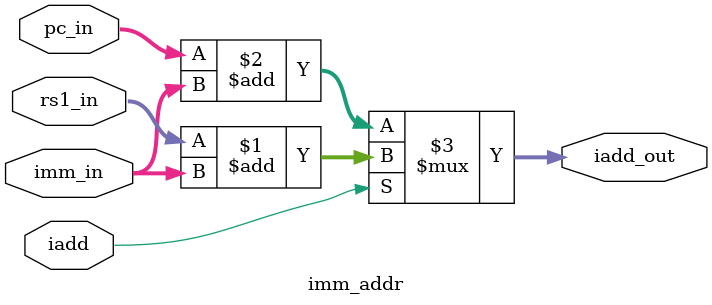
<source format=v>
module imm_addr(
input [31:0] pc_in,rs1_in,imm_in,
input iadd,
output [31:0] iadd_out);
assign iadd_out=iadd?(rs1_in+imm_in):pc_in+imm_in;
endmodule

</source>
